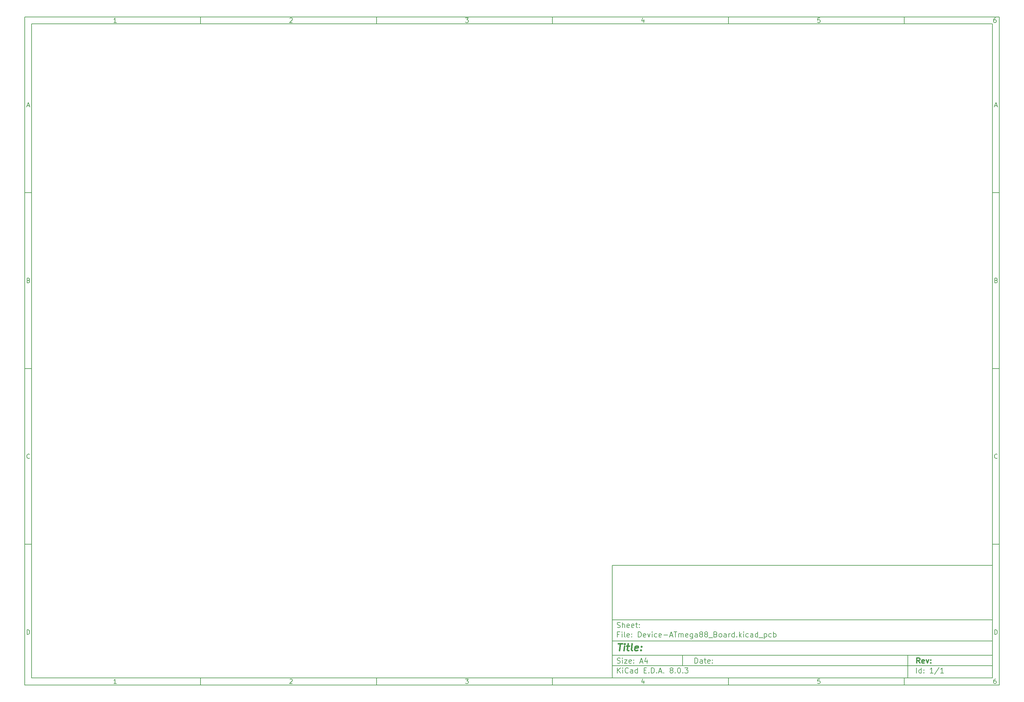
<source format=gbr>
%TF.GenerationSoftware,KiCad,Pcbnew,8.0.3*%
%TF.CreationDate,2025-04-06T07:58:35+09:00*%
%TF.ProjectId,Device-ATmega88_Board,44657669-6365-42d4-9154-6d6567613838,rev?*%
%TF.SameCoordinates,Original*%
%TF.FileFunction,Paste,Top*%
%TF.FilePolarity,Positive*%
%FSLAX46Y46*%
G04 Gerber Fmt 4.6, Leading zero omitted, Abs format (unit mm)*
G04 Created by KiCad (PCBNEW 8.0.3) date 2025-04-06 07:58:35*
%MOMM*%
%LPD*%
G01*
G04 APERTURE LIST*
%ADD10C,0.100000*%
%ADD11C,0.150000*%
%ADD12C,0.300000*%
%ADD13C,0.400000*%
G04 APERTURE END LIST*
D10*
D11*
X177002200Y-166007200D02*
X285002200Y-166007200D01*
X285002200Y-198007200D01*
X177002200Y-198007200D01*
X177002200Y-166007200D01*
D10*
D11*
X10000000Y-10000000D02*
X287002200Y-10000000D01*
X287002200Y-200007200D01*
X10000000Y-200007200D01*
X10000000Y-10000000D01*
D10*
D11*
X12000000Y-12000000D02*
X285002200Y-12000000D01*
X285002200Y-198007200D01*
X12000000Y-198007200D01*
X12000000Y-12000000D01*
D10*
D11*
X60000000Y-12000000D02*
X60000000Y-10000000D01*
D10*
D11*
X110000000Y-12000000D02*
X110000000Y-10000000D01*
D10*
D11*
X160000000Y-12000000D02*
X160000000Y-10000000D01*
D10*
D11*
X210000000Y-12000000D02*
X210000000Y-10000000D01*
D10*
D11*
X260000000Y-12000000D02*
X260000000Y-10000000D01*
D10*
D11*
X36089160Y-11593604D02*
X35346303Y-11593604D01*
X35717731Y-11593604D02*
X35717731Y-10293604D01*
X35717731Y-10293604D02*
X35593922Y-10479319D01*
X35593922Y-10479319D02*
X35470112Y-10603128D01*
X35470112Y-10603128D02*
X35346303Y-10665033D01*
D10*
D11*
X85346303Y-10417414D02*
X85408207Y-10355509D01*
X85408207Y-10355509D02*
X85532017Y-10293604D01*
X85532017Y-10293604D02*
X85841541Y-10293604D01*
X85841541Y-10293604D02*
X85965350Y-10355509D01*
X85965350Y-10355509D02*
X86027255Y-10417414D01*
X86027255Y-10417414D02*
X86089160Y-10541223D01*
X86089160Y-10541223D02*
X86089160Y-10665033D01*
X86089160Y-10665033D02*
X86027255Y-10850747D01*
X86027255Y-10850747D02*
X85284398Y-11593604D01*
X85284398Y-11593604D02*
X86089160Y-11593604D01*
D10*
D11*
X135284398Y-10293604D02*
X136089160Y-10293604D01*
X136089160Y-10293604D02*
X135655826Y-10788842D01*
X135655826Y-10788842D02*
X135841541Y-10788842D01*
X135841541Y-10788842D02*
X135965350Y-10850747D01*
X135965350Y-10850747D02*
X136027255Y-10912652D01*
X136027255Y-10912652D02*
X136089160Y-11036461D01*
X136089160Y-11036461D02*
X136089160Y-11345985D01*
X136089160Y-11345985D02*
X136027255Y-11469795D01*
X136027255Y-11469795D02*
X135965350Y-11531700D01*
X135965350Y-11531700D02*
X135841541Y-11593604D01*
X135841541Y-11593604D02*
X135470112Y-11593604D01*
X135470112Y-11593604D02*
X135346303Y-11531700D01*
X135346303Y-11531700D02*
X135284398Y-11469795D01*
D10*
D11*
X185965350Y-10726938D02*
X185965350Y-11593604D01*
X185655826Y-10231700D02*
X185346303Y-11160271D01*
X185346303Y-11160271D02*
X186151064Y-11160271D01*
D10*
D11*
X236027255Y-10293604D02*
X235408207Y-10293604D01*
X235408207Y-10293604D02*
X235346303Y-10912652D01*
X235346303Y-10912652D02*
X235408207Y-10850747D01*
X235408207Y-10850747D02*
X235532017Y-10788842D01*
X235532017Y-10788842D02*
X235841541Y-10788842D01*
X235841541Y-10788842D02*
X235965350Y-10850747D01*
X235965350Y-10850747D02*
X236027255Y-10912652D01*
X236027255Y-10912652D02*
X236089160Y-11036461D01*
X236089160Y-11036461D02*
X236089160Y-11345985D01*
X236089160Y-11345985D02*
X236027255Y-11469795D01*
X236027255Y-11469795D02*
X235965350Y-11531700D01*
X235965350Y-11531700D02*
X235841541Y-11593604D01*
X235841541Y-11593604D02*
X235532017Y-11593604D01*
X235532017Y-11593604D02*
X235408207Y-11531700D01*
X235408207Y-11531700D02*
X235346303Y-11469795D01*
D10*
D11*
X285965350Y-10293604D02*
X285717731Y-10293604D01*
X285717731Y-10293604D02*
X285593922Y-10355509D01*
X285593922Y-10355509D02*
X285532017Y-10417414D01*
X285532017Y-10417414D02*
X285408207Y-10603128D01*
X285408207Y-10603128D02*
X285346303Y-10850747D01*
X285346303Y-10850747D02*
X285346303Y-11345985D01*
X285346303Y-11345985D02*
X285408207Y-11469795D01*
X285408207Y-11469795D02*
X285470112Y-11531700D01*
X285470112Y-11531700D02*
X285593922Y-11593604D01*
X285593922Y-11593604D02*
X285841541Y-11593604D01*
X285841541Y-11593604D02*
X285965350Y-11531700D01*
X285965350Y-11531700D02*
X286027255Y-11469795D01*
X286027255Y-11469795D02*
X286089160Y-11345985D01*
X286089160Y-11345985D02*
X286089160Y-11036461D01*
X286089160Y-11036461D02*
X286027255Y-10912652D01*
X286027255Y-10912652D02*
X285965350Y-10850747D01*
X285965350Y-10850747D02*
X285841541Y-10788842D01*
X285841541Y-10788842D02*
X285593922Y-10788842D01*
X285593922Y-10788842D02*
X285470112Y-10850747D01*
X285470112Y-10850747D02*
X285408207Y-10912652D01*
X285408207Y-10912652D02*
X285346303Y-11036461D01*
D10*
D11*
X60000000Y-198007200D02*
X60000000Y-200007200D01*
D10*
D11*
X110000000Y-198007200D02*
X110000000Y-200007200D01*
D10*
D11*
X160000000Y-198007200D02*
X160000000Y-200007200D01*
D10*
D11*
X210000000Y-198007200D02*
X210000000Y-200007200D01*
D10*
D11*
X260000000Y-198007200D02*
X260000000Y-200007200D01*
D10*
D11*
X36089160Y-199600804D02*
X35346303Y-199600804D01*
X35717731Y-199600804D02*
X35717731Y-198300804D01*
X35717731Y-198300804D02*
X35593922Y-198486519D01*
X35593922Y-198486519D02*
X35470112Y-198610328D01*
X35470112Y-198610328D02*
X35346303Y-198672233D01*
D10*
D11*
X85346303Y-198424614D02*
X85408207Y-198362709D01*
X85408207Y-198362709D02*
X85532017Y-198300804D01*
X85532017Y-198300804D02*
X85841541Y-198300804D01*
X85841541Y-198300804D02*
X85965350Y-198362709D01*
X85965350Y-198362709D02*
X86027255Y-198424614D01*
X86027255Y-198424614D02*
X86089160Y-198548423D01*
X86089160Y-198548423D02*
X86089160Y-198672233D01*
X86089160Y-198672233D02*
X86027255Y-198857947D01*
X86027255Y-198857947D02*
X85284398Y-199600804D01*
X85284398Y-199600804D02*
X86089160Y-199600804D01*
D10*
D11*
X135284398Y-198300804D02*
X136089160Y-198300804D01*
X136089160Y-198300804D02*
X135655826Y-198796042D01*
X135655826Y-198796042D02*
X135841541Y-198796042D01*
X135841541Y-198796042D02*
X135965350Y-198857947D01*
X135965350Y-198857947D02*
X136027255Y-198919852D01*
X136027255Y-198919852D02*
X136089160Y-199043661D01*
X136089160Y-199043661D02*
X136089160Y-199353185D01*
X136089160Y-199353185D02*
X136027255Y-199476995D01*
X136027255Y-199476995D02*
X135965350Y-199538900D01*
X135965350Y-199538900D02*
X135841541Y-199600804D01*
X135841541Y-199600804D02*
X135470112Y-199600804D01*
X135470112Y-199600804D02*
X135346303Y-199538900D01*
X135346303Y-199538900D02*
X135284398Y-199476995D01*
D10*
D11*
X185965350Y-198734138D02*
X185965350Y-199600804D01*
X185655826Y-198238900D02*
X185346303Y-199167471D01*
X185346303Y-199167471D02*
X186151064Y-199167471D01*
D10*
D11*
X236027255Y-198300804D02*
X235408207Y-198300804D01*
X235408207Y-198300804D02*
X235346303Y-198919852D01*
X235346303Y-198919852D02*
X235408207Y-198857947D01*
X235408207Y-198857947D02*
X235532017Y-198796042D01*
X235532017Y-198796042D02*
X235841541Y-198796042D01*
X235841541Y-198796042D02*
X235965350Y-198857947D01*
X235965350Y-198857947D02*
X236027255Y-198919852D01*
X236027255Y-198919852D02*
X236089160Y-199043661D01*
X236089160Y-199043661D02*
X236089160Y-199353185D01*
X236089160Y-199353185D02*
X236027255Y-199476995D01*
X236027255Y-199476995D02*
X235965350Y-199538900D01*
X235965350Y-199538900D02*
X235841541Y-199600804D01*
X235841541Y-199600804D02*
X235532017Y-199600804D01*
X235532017Y-199600804D02*
X235408207Y-199538900D01*
X235408207Y-199538900D02*
X235346303Y-199476995D01*
D10*
D11*
X285965350Y-198300804D02*
X285717731Y-198300804D01*
X285717731Y-198300804D02*
X285593922Y-198362709D01*
X285593922Y-198362709D02*
X285532017Y-198424614D01*
X285532017Y-198424614D02*
X285408207Y-198610328D01*
X285408207Y-198610328D02*
X285346303Y-198857947D01*
X285346303Y-198857947D02*
X285346303Y-199353185D01*
X285346303Y-199353185D02*
X285408207Y-199476995D01*
X285408207Y-199476995D02*
X285470112Y-199538900D01*
X285470112Y-199538900D02*
X285593922Y-199600804D01*
X285593922Y-199600804D02*
X285841541Y-199600804D01*
X285841541Y-199600804D02*
X285965350Y-199538900D01*
X285965350Y-199538900D02*
X286027255Y-199476995D01*
X286027255Y-199476995D02*
X286089160Y-199353185D01*
X286089160Y-199353185D02*
X286089160Y-199043661D01*
X286089160Y-199043661D02*
X286027255Y-198919852D01*
X286027255Y-198919852D02*
X285965350Y-198857947D01*
X285965350Y-198857947D02*
X285841541Y-198796042D01*
X285841541Y-198796042D02*
X285593922Y-198796042D01*
X285593922Y-198796042D02*
X285470112Y-198857947D01*
X285470112Y-198857947D02*
X285408207Y-198919852D01*
X285408207Y-198919852D02*
X285346303Y-199043661D01*
D10*
D11*
X10000000Y-60000000D02*
X12000000Y-60000000D01*
D10*
D11*
X10000000Y-110000000D02*
X12000000Y-110000000D01*
D10*
D11*
X10000000Y-160000000D02*
X12000000Y-160000000D01*
D10*
D11*
X10690476Y-35222176D02*
X11309523Y-35222176D01*
X10566666Y-35593604D02*
X10999999Y-34293604D01*
X10999999Y-34293604D02*
X11433333Y-35593604D01*
D10*
D11*
X11092857Y-84912652D02*
X11278571Y-84974557D01*
X11278571Y-84974557D02*
X11340476Y-85036461D01*
X11340476Y-85036461D02*
X11402380Y-85160271D01*
X11402380Y-85160271D02*
X11402380Y-85345985D01*
X11402380Y-85345985D02*
X11340476Y-85469795D01*
X11340476Y-85469795D02*
X11278571Y-85531700D01*
X11278571Y-85531700D02*
X11154761Y-85593604D01*
X11154761Y-85593604D02*
X10659523Y-85593604D01*
X10659523Y-85593604D02*
X10659523Y-84293604D01*
X10659523Y-84293604D02*
X11092857Y-84293604D01*
X11092857Y-84293604D02*
X11216666Y-84355509D01*
X11216666Y-84355509D02*
X11278571Y-84417414D01*
X11278571Y-84417414D02*
X11340476Y-84541223D01*
X11340476Y-84541223D02*
X11340476Y-84665033D01*
X11340476Y-84665033D02*
X11278571Y-84788842D01*
X11278571Y-84788842D02*
X11216666Y-84850747D01*
X11216666Y-84850747D02*
X11092857Y-84912652D01*
X11092857Y-84912652D02*
X10659523Y-84912652D01*
D10*
D11*
X11402380Y-135469795D02*
X11340476Y-135531700D01*
X11340476Y-135531700D02*
X11154761Y-135593604D01*
X11154761Y-135593604D02*
X11030952Y-135593604D01*
X11030952Y-135593604D02*
X10845238Y-135531700D01*
X10845238Y-135531700D02*
X10721428Y-135407890D01*
X10721428Y-135407890D02*
X10659523Y-135284080D01*
X10659523Y-135284080D02*
X10597619Y-135036461D01*
X10597619Y-135036461D02*
X10597619Y-134850747D01*
X10597619Y-134850747D02*
X10659523Y-134603128D01*
X10659523Y-134603128D02*
X10721428Y-134479319D01*
X10721428Y-134479319D02*
X10845238Y-134355509D01*
X10845238Y-134355509D02*
X11030952Y-134293604D01*
X11030952Y-134293604D02*
X11154761Y-134293604D01*
X11154761Y-134293604D02*
X11340476Y-134355509D01*
X11340476Y-134355509D02*
X11402380Y-134417414D01*
D10*
D11*
X10659523Y-185593604D02*
X10659523Y-184293604D01*
X10659523Y-184293604D02*
X10969047Y-184293604D01*
X10969047Y-184293604D02*
X11154761Y-184355509D01*
X11154761Y-184355509D02*
X11278571Y-184479319D01*
X11278571Y-184479319D02*
X11340476Y-184603128D01*
X11340476Y-184603128D02*
X11402380Y-184850747D01*
X11402380Y-184850747D02*
X11402380Y-185036461D01*
X11402380Y-185036461D02*
X11340476Y-185284080D01*
X11340476Y-185284080D02*
X11278571Y-185407890D01*
X11278571Y-185407890D02*
X11154761Y-185531700D01*
X11154761Y-185531700D02*
X10969047Y-185593604D01*
X10969047Y-185593604D02*
X10659523Y-185593604D01*
D10*
D11*
X287002200Y-60000000D02*
X285002200Y-60000000D01*
D10*
D11*
X287002200Y-110000000D02*
X285002200Y-110000000D01*
D10*
D11*
X287002200Y-160000000D02*
X285002200Y-160000000D01*
D10*
D11*
X285692676Y-35222176D02*
X286311723Y-35222176D01*
X285568866Y-35593604D02*
X286002199Y-34293604D01*
X286002199Y-34293604D02*
X286435533Y-35593604D01*
D10*
D11*
X286095057Y-84912652D02*
X286280771Y-84974557D01*
X286280771Y-84974557D02*
X286342676Y-85036461D01*
X286342676Y-85036461D02*
X286404580Y-85160271D01*
X286404580Y-85160271D02*
X286404580Y-85345985D01*
X286404580Y-85345985D02*
X286342676Y-85469795D01*
X286342676Y-85469795D02*
X286280771Y-85531700D01*
X286280771Y-85531700D02*
X286156961Y-85593604D01*
X286156961Y-85593604D02*
X285661723Y-85593604D01*
X285661723Y-85593604D02*
X285661723Y-84293604D01*
X285661723Y-84293604D02*
X286095057Y-84293604D01*
X286095057Y-84293604D02*
X286218866Y-84355509D01*
X286218866Y-84355509D02*
X286280771Y-84417414D01*
X286280771Y-84417414D02*
X286342676Y-84541223D01*
X286342676Y-84541223D02*
X286342676Y-84665033D01*
X286342676Y-84665033D02*
X286280771Y-84788842D01*
X286280771Y-84788842D02*
X286218866Y-84850747D01*
X286218866Y-84850747D02*
X286095057Y-84912652D01*
X286095057Y-84912652D02*
X285661723Y-84912652D01*
D10*
D11*
X286404580Y-135469795D02*
X286342676Y-135531700D01*
X286342676Y-135531700D02*
X286156961Y-135593604D01*
X286156961Y-135593604D02*
X286033152Y-135593604D01*
X286033152Y-135593604D02*
X285847438Y-135531700D01*
X285847438Y-135531700D02*
X285723628Y-135407890D01*
X285723628Y-135407890D02*
X285661723Y-135284080D01*
X285661723Y-135284080D02*
X285599819Y-135036461D01*
X285599819Y-135036461D02*
X285599819Y-134850747D01*
X285599819Y-134850747D02*
X285661723Y-134603128D01*
X285661723Y-134603128D02*
X285723628Y-134479319D01*
X285723628Y-134479319D02*
X285847438Y-134355509D01*
X285847438Y-134355509D02*
X286033152Y-134293604D01*
X286033152Y-134293604D02*
X286156961Y-134293604D01*
X286156961Y-134293604D02*
X286342676Y-134355509D01*
X286342676Y-134355509D02*
X286404580Y-134417414D01*
D10*
D11*
X285661723Y-185593604D02*
X285661723Y-184293604D01*
X285661723Y-184293604D02*
X285971247Y-184293604D01*
X285971247Y-184293604D02*
X286156961Y-184355509D01*
X286156961Y-184355509D02*
X286280771Y-184479319D01*
X286280771Y-184479319D02*
X286342676Y-184603128D01*
X286342676Y-184603128D02*
X286404580Y-184850747D01*
X286404580Y-184850747D02*
X286404580Y-185036461D01*
X286404580Y-185036461D02*
X286342676Y-185284080D01*
X286342676Y-185284080D02*
X286280771Y-185407890D01*
X286280771Y-185407890D02*
X286156961Y-185531700D01*
X286156961Y-185531700D02*
X285971247Y-185593604D01*
X285971247Y-185593604D02*
X285661723Y-185593604D01*
D10*
D11*
X200458026Y-193793328D02*
X200458026Y-192293328D01*
X200458026Y-192293328D02*
X200815169Y-192293328D01*
X200815169Y-192293328D02*
X201029455Y-192364757D01*
X201029455Y-192364757D02*
X201172312Y-192507614D01*
X201172312Y-192507614D02*
X201243741Y-192650471D01*
X201243741Y-192650471D02*
X201315169Y-192936185D01*
X201315169Y-192936185D02*
X201315169Y-193150471D01*
X201315169Y-193150471D02*
X201243741Y-193436185D01*
X201243741Y-193436185D02*
X201172312Y-193579042D01*
X201172312Y-193579042D02*
X201029455Y-193721900D01*
X201029455Y-193721900D02*
X200815169Y-193793328D01*
X200815169Y-193793328D02*
X200458026Y-193793328D01*
X202600884Y-193793328D02*
X202600884Y-193007614D01*
X202600884Y-193007614D02*
X202529455Y-192864757D01*
X202529455Y-192864757D02*
X202386598Y-192793328D01*
X202386598Y-192793328D02*
X202100884Y-192793328D01*
X202100884Y-192793328D02*
X201958026Y-192864757D01*
X202600884Y-193721900D02*
X202458026Y-193793328D01*
X202458026Y-193793328D02*
X202100884Y-193793328D01*
X202100884Y-193793328D02*
X201958026Y-193721900D01*
X201958026Y-193721900D02*
X201886598Y-193579042D01*
X201886598Y-193579042D02*
X201886598Y-193436185D01*
X201886598Y-193436185D02*
X201958026Y-193293328D01*
X201958026Y-193293328D02*
X202100884Y-193221900D01*
X202100884Y-193221900D02*
X202458026Y-193221900D01*
X202458026Y-193221900D02*
X202600884Y-193150471D01*
X203100884Y-192793328D02*
X203672312Y-192793328D01*
X203315169Y-192293328D02*
X203315169Y-193579042D01*
X203315169Y-193579042D02*
X203386598Y-193721900D01*
X203386598Y-193721900D02*
X203529455Y-193793328D01*
X203529455Y-193793328D02*
X203672312Y-193793328D01*
X204743741Y-193721900D02*
X204600884Y-193793328D01*
X204600884Y-193793328D02*
X204315170Y-193793328D01*
X204315170Y-193793328D02*
X204172312Y-193721900D01*
X204172312Y-193721900D02*
X204100884Y-193579042D01*
X204100884Y-193579042D02*
X204100884Y-193007614D01*
X204100884Y-193007614D02*
X204172312Y-192864757D01*
X204172312Y-192864757D02*
X204315170Y-192793328D01*
X204315170Y-192793328D02*
X204600884Y-192793328D01*
X204600884Y-192793328D02*
X204743741Y-192864757D01*
X204743741Y-192864757D02*
X204815170Y-193007614D01*
X204815170Y-193007614D02*
X204815170Y-193150471D01*
X204815170Y-193150471D02*
X204100884Y-193293328D01*
X205458026Y-193650471D02*
X205529455Y-193721900D01*
X205529455Y-193721900D02*
X205458026Y-193793328D01*
X205458026Y-193793328D02*
X205386598Y-193721900D01*
X205386598Y-193721900D02*
X205458026Y-193650471D01*
X205458026Y-193650471D02*
X205458026Y-193793328D01*
X205458026Y-192864757D02*
X205529455Y-192936185D01*
X205529455Y-192936185D02*
X205458026Y-193007614D01*
X205458026Y-193007614D02*
X205386598Y-192936185D01*
X205386598Y-192936185D02*
X205458026Y-192864757D01*
X205458026Y-192864757D02*
X205458026Y-193007614D01*
D10*
D11*
X177002200Y-194507200D02*
X285002200Y-194507200D01*
D10*
D11*
X178458026Y-196593328D02*
X178458026Y-195093328D01*
X179315169Y-196593328D02*
X178672312Y-195736185D01*
X179315169Y-195093328D02*
X178458026Y-195950471D01*
X179958026Y-196593328D02*
X179958026Y-195593328D01*
X179958026Y-195093328D02*
X179886598Y-195164757D01*
X179886598Y-195164757D02*
X179958026Y-195236185D01*
X179958026Y-195236185D02*
X180029455Y-195164757D01*
X180029455Y-195164757D02*
X179958026Y-195093328D01*
X179958026Y-195093328D02*
X179958026Y-195236185D01*
X181529455Y-196450471D02*
X181458027Y-196521900D01*
X181458027Y-196521900D02*
X181243741Y-196593328D01*
X181243741Y-196593328D02*
X181100884Y-196593328D01*
X181100884Y-196593328D02*
X180886598Y-196521900D01*
X180886598Y-196521900D02*
X180743741Y-196379042D01*
X180743741Y-196379042D02*
X180672312Y-196236185D01*
X180672312Y-196236185D02*
X180600884Y-195950471D01*
X180600884Y-195950471D02*
X180600884Y-195736185D01*
X180600884Y-195736185D02*
X180672312Y-195450471D01*
X180672312Y-195450471D02*
X180743741Y-195307614D01*
X180743741Y-195307614D02*
X180886598Y-195164757D01*
X180886598Y-195164757D02*
X181100884Y-195093328D01*
X181100884Y-195093328D02*
X181243741Y-195093328D01*
X181243741Y-195093328D02*
X181458027Y-195164757D01*
X181458027Y-195164757D02*
X181529455Y-195236185D01*
X182815170Y-196593328D02*
X182815170Y-195807614D01*
X182815170Y-195807614D02*
X182743741Y-195664757D01*
X182743741Y-195664757D02*
X182600884Y-195593328D01*
X182600884Y-195593328D02*
X182315170Y-195593328D01*
X182315170Y-195593328D02*
X182172312Y-195664757D01*
X182815170Y-196521900D02*
X182672312Y-196593328D01*
X182672312Y-196593328D02*
X182315170Y-196593328D01*
X182315170Y-196593328D02*
X182172312Y-196521900D01*
X182172312Y-196521900D02*
X182100884Y-196379042D01*
X182100884Y-196379042D02*
X182100884Y-196236185D01*
X182100884Y-196236185D02*
X182172312Y-196093328D01*
X182172312Y-196093328D02*
X182315170Y-196021900D01*
X182315170Y-196021900D02*
X182672312Y-196021900D01*
X182672312Y-196021900D02*
X182815170Y-195950471D01*
X184172313Y-196593328D02*
X184172313Y-195093328D01*
X184172313Y-196521900D02*
X184029455Y-196593328D01*
X184029455Y-196593328D02*
X183743741Y-196593328D01*
X183743741Y-196593328D02*
X183600884Y-196521900D01*
X183600884Y-196521900D02*
X183529455Y-196450471D01*
X183529455Y-196450471D02*
X183458027Y-196307614D01*
X183458027Y-196307614D02*
X183458027Y-195879042D01*
X183458027Y-195879042D02*
X183529455Y-195736185D01*
X183529455Y-195736185D02*
X183600884Y-195664757D01*
X183600884Y-195664757D02*
X183743741Y-195593328D01*
X183743741Y-195593328D02*
X184029455Y-195593328D01*
X184029455Y-195593328D02*
X184172313Y-195664757D01*
X186029455Y-195807614D02*
X186529455Y-195807614D01*
X186743741Y-196593328D02*
X186029455Y-196593328D01*
X186029455Y-196593328D02*
X186029455Y-195093328D01*
X186029455Y-195093328D02*
X186743741Y-195093328D01*
X187386598Y-196450471D02*
X187458027Y-196521900D01*
X187458027Y-196521900D02*
X187386598Y-196593328D01*
X187386598Y-196593328D02*
X187315170Y-196521900D01*
X187315170Y-196521900D02*
X187386598Y-196450471D01*
X187386598Y-196450471D02*
X187386598Y-196593328D01*
X188100884Y-196593328D02*
X188100884Y-195093328D01*
X188100884Y-195093328D02*
X188458027Y-195093328D01*
X188458027Y-195093328D02*
X188672313Y-195164757D01*
X188672313Y-195164757D02*
X188815170Y-195307614D01*
X188815170Y-195307614D02*
X188886599Y-195450471D01*
X188886599Y-195450471D02*
X188958027Y-195736185D01*
X188958027Y-195736185D02*
X188958027Y-195950471D01*
X188958027Y-195950471D02*
X188886599Y-196236185D01*
X188886599Y-196236185D02*
X188815170Y-196379042D01*
X188815170Y-196379042D02*
X188672313Y-196521900D01*
X188672313Y-196521900D02*
X188458027Y-196593328D01*
X188458027Y-196593328D02*
X188100884Y-196593328D01*
X189600884Y-196450471D02*
X189672313Y-196521900D01*
X189672313Y-196521900D02*
X189600884Y-196593328D01*
X189600884Y-196593328D02*
X189529456Y-196521900D01*
X189529456Y-196521900D02*
X189600884Y-196450471D01*
X189600884Y-196450471D02*
X189600884Y-196593328D01*
X190243742Y-196164757D02*
X190958028Y-196164757D01*
X190100885Y-196593328D02*
X190600885Y-195093328D01*
X190600885Y-195093328D02*
X191100885Y-196593328D01*
X191600884Y-196450471D02*
X191672313Y-196521900D01*
X191672313Y-196521900D02*
X191600884Y-196593328D01*
X191600884Y-196593328D02*
X191529456Y-196521900D01*
X191529456Y-196521900D02*
X191600884Y-196450471D01*
X191600884Y-196450471D02*
X191600884Y-196593328D01*
X193672313Y-195736185D02*
X193529456Y-195664757D01*
X193529456Y-195664757D02*
X193458027Y-195593328D01*
X193458027Y-195593328D02*
X193386599Y-195450471D01*
X193386599Y-195450471D02*
X193386599Y-195379042D01*
X193386599Y-195379042D02*
X193458027Y-195236185D01*
X193458027Y-195236185D02*
X193529456Y-195164757D01*
X193529456Y-195164757D02*
X193672313Y-195093328D01*
X193672313Y-195093328D02*
X193958027Y-195093328D01*
X193958027Y-195093328D02*
X194100885Y-195164757D01*
X194100885Y-195164757D02*
X194172313Y-195236185D01*
X194172313Y-195236185D02*
X194243742Y-195379042D01*
X194243742Y-195379042D02*
X194243742Y-195450471D01*
X194243742Y-195450471D02*
X194172313Y-195593328D01*
X194172313Y-195593328D02*
X194100885Y-195664757D01*
X194100885Y-195664757D02*
X193958027Y-195736185D01*
X193958027Y-195736185D02*
X193672313Y-195736185D01*
X193672313Y-195736185D02*
X193529456Y-195807614D01*
X193529456Y-195807614D02*
X193458027Y-195879042D01*
X193458027Y-195879042D02*
X193386599Y-196021900D01*
X193386599Y-196021900D02*
X193386599Y-196307614D01*
X193386599Y-196307614D02*
X193458027Y-196450471D01*
X193458027Y-196450471D02*
X193529456Y-196521900D01*
X193529456Y-196521900D02*
X193672313Y-196593328D01*
X193672313Y-196593328D02*
X193958027Y-196593328D01*
X193958027Y-196593328D02*
X194100885Y-196521900D01*
X194100885Y-196521900D02*
X194172313Y-196450471D01*
X194172313Y-196450471D02*
X194243742Y-196307614D01*
X194243742Y-196307614D02*
X194243742Y-196021900D01*
X194243742Y-196021900D02*
X194172313Y-195879042D01*
X194172313Y-195879042D02*
X194100885Y-195807614D01*
X194100885Y-195807614D02*
X193958027Y-195736185D01*
X194886598Y-196450471D02*
X194958027Y-196521900D01*
X194958027Y-196521900D02*
X194886598Y-196593328D01*
X194886598Y-196593328D02*
X194815170Y-196521900D01*
X194815170Y-196521900D02*
X194886598Y-196450471D01*
X194886598Y-196450471D02*
X194886598Y-196593328D01*
X195886599Y-195093328D02*
X196029456Y-195093328D01*
X196029456Y-195093328D02*
X196172313Y-195164757D01*
X196172313Y-195164757D02*
X196243742Y-195236185D01*
X196243742Y-195236185D02*
X196315170Y-195379042D01*
X196315170Y-195379042D02*
X196386599Y-195664757D01*
X196386599Y-195664757D02*
X196386599Y-196021900D01*
X196386599Y-196021900D02*
X196315170Y-196307614D01*
X196315170Y-196307614D02*
X196243742Y-196450471D01*
X196243742Y-196450471D02*
X196172313Y-196521900D01*
X196172313Y-196521900D02*
X196029456Y-196593328D01*
X196029456Y-196593328D02*
X195886599Y-196593328D01*
X195886599Y-196593328D02*
X195743742Y-196521900D01*
X195743742Y-196521900D02*
X195672313Y-196450471D01*
X195672313Y-196450471D02*
X195600884Y-196307614D01*
X195600884Y-196307614D02*
X195529456Y-196021900D01*
X195529456Y-196021900D02*
X195529456Y-195664757D01*
X195529456Y-195664757D02*
X195600884Y-195379042D01*
X195600884Y-195379042D02*
X195672313Y-195236185D01*
X195672313Y-195236185D02*
X195743742Y-195164757D01*
X195743742Y-195164757D02*
X195886599Y-195093328D01*
X197029455Y-196450471D02*
X197100884Y-196521900D01*
X197100884Y-196521900D02*
X197029455Y-196593328D01*
X197029455Y-196593328D02*
X196958027Y-196521900D01*
X196958027Y-196521900D02*
X197029455Y-196450471D01*
X197029455Y-196450471D02*
X197029455Y-196593328D01*
X197600884Y-195093328D02*
X198529456Y-195093328D01*
X198529456Y-195093328D02*
X198029456Y-195664757D01*
X198029456Y-195664757D02*
X198243741Y-195664757D01*
X198243741Y-195664757D02*
X198386599Y-195736185D01*
X198386599Y-195736185D02*
X198458027Y-195807614D01*
X198458027Y-195807614D02*
X198529456Y-195950471D01*
X198529456Y-195950471D02*
X198529456Y-196307614D01*
X198529456Y-196307614D02*
X198458027Y-196450471D01*
X198458027Y-196450471D02*
X198386599Y-196521900D01*
X198386599Y-196521900D02*
X198243741Y-196593328D01*
X198243741Y-196593328D02*
X197815170Y-196593328D01*
X197815170Y-196593328D02*
X197672313Y-196521900D01*
X197672313Y-196521900D02*
X197600884Y-196450471D01*
D10*
D11*
X177002200Y-191507200D02*
X285002200Y-191507200D01*
D10*
D12*
X264413853Y-193785528D02*
X263913853Y-193071242D01*
X263556710Y-193785528D02*
X263556710Y-192285528D01*
X263556710Y-192285528D02*
X264128139Y-192285528D01*
X264128139Y-192285528D02*
X264270996Y-192356957D01*
X264270996Y-192356957D02*
X264342425Y-192428385D01*
X264342425Y-192428385D02*
X264413853Y-192571242D01*
X264413853Y-192571242D02*
X264413853Y-192785528D01*
X264413853Y-192785528D02*
X264342425Y-192928385D01*
X264342425Y-192928385D02*
X264270996Y-192999814D01*
X264270996Y-192999814D02*
X264128139Y-193071242D01*
X264128139Y-193071242D02*
X263556710Y-193071242D01*
X265628139Y-193714100D02*
X265485282Y-193785528D01*
X265485282Y-193785528D02*
X265199568Y-193785528D01*
X265199568Y-193785528D02*
X265056710Y-193714100D01*
X265056710Y-193714100D02*
X264985282Y-193571242D01*
X264985282Y-193571242D02*
X264985282Y-192999814D01*
X264985282Y-192999814D02*
X265056710Y-192856957D01*
X265056710Y-192856957D02*
X265199568Y-192785528D01*
X265199568Y-192785528D02*
X265485282Y-192785528D01*
X265485282Y-192785528D02*
X265628139Y-192856957D01*
X265628139Y-192856957D02*
X265699568Y-192999814D01*
X265699568Y-192999814D02*
X265699568Y-193142671D01*
X265699568Y-193142671D02*
X264985282Y-193285528D01*
X266199567Y-192785528D02*
X266556710Y-193785528D01*
X266556710Y-193785528D02*
X266913853Y-192785528D01*
X267485281Y-193642671D02*
X267556710Y-193714100D01*
X267556710Y-193714100D02*
X267485281Y-193785528D01*
X267485281Y-193785528D02*
X267413853Y-193714100D01*
X267413853Y-193714100D02*
X267485281Y-193642671D01*
X267485281Y-193642671D02*
X267485281Y-193785528D01*
X267485281Y-192856957D02*
X267556710Y-192928385D01*
X267556710Y-192928385D02*
X267485281Y-192999814D01*
X267485281Y-192999814D02*
X267413853Y-192928385D01*
X267413853Y-192928385D02*
X267485281Y-192856957D01*
X267485281Y-192856957D02*
X267485281Y-192999814D01*
D10*
D11*
X178386598Y-193721900D02*
X178600884Y-193793328D01*
X178600884Y-193793328D02*
X178958026Y-193793328D01*
X178958026Y-193793328D02*
X179100884Y-193721900D01*
X179100884Y-193721900D02*
X179172312Y-193650471D01*
X179172312Y-193650471D02*
X179243741Y-193507614D01*
X179243741Y-193507614D02*
X179243741Y-193364757D01*
X179243741Y-193364757D02*
X179172312Y-193221900D01*
X179172312Y-193221900D02*
X179100884Y-193150471D01*
X179100884Y-193150471D02*
X178958026Y-193079042D01*
X178958026Y-193079042D02*
X178672312Y-193007614D01*
X178672312Y-193007614D02*
X178529455Y-192936185D01*
X178529455Y-192936185D02*
X178458026Y-192864757D01*
X178458026Y-192864757D02*
X178386598Y-192721900D01*
X178386598Y-192721900D02*
X178386598Y-192579042D01*
X178386598Y-192579042D02*
X178458026Y-192436185D01*
X178458026Y-192436185D02*
X178529455Y-192364757D01*
X178529455Y-192364757D02*
X178672312Y-192293328D01*
X178672312Y-192293328D02*
X179029455Y-192293328D01*
X179029455Y-192293328D02*
X179243741Y-192364757D01*
X179886597Y-193793328D02*
X179886597Y-192793328D01*
X179886597Y-192293328D02*
X179815169Y-192364757D01*
X179815169Y-192364757D02*
X179886597Y-192436185D01*
X179886597Y-192436185D02*
X179958026Y-192364757D01*
X179958026Y-192364757D02*
X179886597Y-192293328D01*
X179886597Y-192293328D02*
X179886597Y-192436185D01*
X180458026Y-192793328D02*
X181243741Y-192793328D01*
X181243741Y-192793328D02*
X180458026Y-193793328D01*
X180458026Y-193793328D02*
X181243741Y-193793328D01*
X182386598Y-193721900D02*
X182243741Y-193793328D01*
X182243741Y-193793328D02*
X181958027Y-193793328D01*
X181958027Y-193793328D02*
X181815169Y-193721900D01*
X181815169Y-193721900D02*
X181743741Y-193579042D01*
X181743741Y-193579042D02*
X181743741Y-193007614D01*
X181743741Y-193007614D02*
X181815169Y-192864757D01*
X181815169Y-192864757D02*
X181958027Y-192793328D01*
X181958027Y-192793328D02*
X182243741Y-192793328D01*
X182243741Y-192793328D02*
X182386598Y-192864757D01*
X182386598Y-192864757D02*
X182458027Y-193007614D01*
X182458027Y-193007614D02*
X182458027Y-193150471D01*
X182458027Y-193150471D02*
X181743741Y-193293328D01*
X183100883Y-193650471D02*
X183172312Y-193721900D01*
X183172312Y-193721900D02*
X183100883Y-193793328D01*
X183100883Y-193793328D02*
X183029455Y-193721900D01*
X183029455Y-193721900D02*
X183100883Y-193650471D01*
X183100883Y-193650471D02*
X183100883Y-193793328D01*
X183100883Y-192864757D02*
X183172312Y-192936185D01*
X183172312Y-192936185D02*
X183100883Y-193007614D01*
X183100883Y-193007614D02*
X183029455Y-192936185D01*
X183029455Y-192936185D02*
X183100883Y-192864757D01*
X183100883Y-192864757D02*
X183100883Y-193007614D01*
X184886598Y-193364757D02*
X185600884Y-193364757D01*
X184743741Y-193793328D02*
X185243741Y-192293328D01*
X185243741Y-192293328D02*
X185743741Y-193793328D01*
X186886598Y-192793328D02*
X186886598Y-193793328D01*
X186529455Y-192221900D02*
X186172312Y-193293328D01*
X186172312Y-193293328D02*
X187100883Y-193293328D01*
D10*
D11*
X263458026Y-196593328D02*
X263458026Y-195093328D01*
X264815170Y-196593328D02*
X264815170Y-195093328D01*
X264815170Y-196521900D02*
X264672312Y-196593328D01*
X264672312Y-196593328D02*
X264386598Y-196593328D01*
X264386598Y-196593328D02*
X264243741Y-196521900D01*
X264243741Y-196521900D02*
X264172312Y-196450471D01*
X264172312Y-196450471D02*
X264100884Y-196307614D01*
X264100884Y-196307614D02*
X264100884Y-195879042D01*
X264100884Y-195879042D02*
X264172312Y-195736185D01*
X264172312Y-195736185D02*
X264243741Y-195664757D01*
X264243741Y-195664757D02*
X264386598Y-195593328D01*
X264386598Y-195593328D02*
X264672312Y-195593328D01*
X264672312Y-195593328D02*
X264815170Y-195664757D01*
X265529455Y-196450471D02*
X265600884Y-196521900D01*
X265600884Y-196521900D02*
X265529455Y-196593328D01*
X265529455Y-196593328D02*
X265458027Y-196521900D01*
X265458027Y-196521900D02*
X265529455Y-196450471D01*
X265529455Y-196450471D02*
X265529455Y-196593328D01*
X265529455Y-195664757D02*
X265600884Y-195736185D01*
X265600884Y-195736185D02*
X265529455Y-195807614D01*
X265529455Y-195807614D02*
X265458027Y-195736185D01*
X265458027Y-195736185D02*
X265529455Y-195664757D01*
X265529455Y-195664757D02*
X265529455Y-195807614D01*
X268172313Y-196593328D02*
X267315170Y-196593328D01*
X267743741Y-196593328D02*
X267743741Y-195093328D01*
X267743741Y-195093328D02*
X267600884Y-195307614D01*
X267600884Y-195307614D02*
X267458027Y-195450471D01*
X267458027Y-195450471D02*
X267315170Y-195521900D01*
X269886598Y-195021900D02*
X268600884Y-196950471D01*
X271172313Y-196593328D02*
X270315170Y-196593328D01*
X270743741Y-196593328D02*
X270743741Y-195093328D01*
X270743741Y-195093328D02*
X270600884Y-195307614D01*
X270600884Y-195307614D02*
X270458027Y-195450471D01*
X270458027Y-195450471D02*
X270315170Y-195521900D01*
D10*
D11*
X177002200Y-187507200D02*
X285002200Y-187507200D01*
D10*
D13*
X178693928Y-188211638D02*
X179836785Y-188211638D01*
X179015357Y-190211638D02*
X179265357Y-188211638D01*
X180253452Y-190211638D02*
X180420119Y-188878304D01*
X180503452Y-188211638D02*
X180396309Y-188306876D01*
X180396309Y-188306876D02*
X180479643Y-188402114D01*
X180479643Y-188402114D02*
X180586786Y-188306876D01*
X180586786Y-188306876D02*
X180503452Y-188211638D01*
X180503452Y-188211638D02*
X180479643Y-188402114D01*
X181086786Y-188878304D02*
X181848690Y-188878304D01*
X181455833Y-188211638D02*
X181241548Y-189925923D01*
X181241548Y-189925923D02*
X181312976Y-190116400D01*
X181312976Y-190116400D02*
X181491548Y-190211638D01*
X181491548Y-190211638D02*
X181682024Y-190211638D01*
X182634405Y-190211638D02*
X182455833Y-190116400D01*
X182455833Y-190116400D02*
X182384405Y-189925923D01*
X182384405Y-189925923D02*
X182598690Y-188211638D01*
X184170119Y-190116400D02*
X183967738Y-190211638D01*
X183967738Y-190211638D02*
X183586785Y-190211638D01*
X183586785Y-190211638D02*
X183408214Y-190116400D01*
X183408214Y-190116400D02*
X183336785Y-189925923D01*
X183336785Y-189925923D02*
X183432024Y-189164019D01*
X183432024Y-189164019D02*
X183551071Y-188973542D01*
X183551071Y-188973542D02*
X183753452Y-188878304D01*
X183753452Y-188878304D02*
X184134404Y-188878304D01*
X184134404Y-188878304D02*
X184312976Y-188973542D01*
X184312976Y-188973542D02*
X184384404Y-189164019D01*
X184384404Y-189164019D02*
X184360595Y-189354495D01*
X184360595Y-189354495D02*
X183384404Y-189544971D01*
X185134405Y-190021161D02*
X185217738Y-190116400D01*
X185217738Y-190116400D02*
X185110595Y-190211638D01*
X185110595Y-190211638D02*
X185027262Y-190116400D01*
X185027262Y-190116400D02*
X185134405Y-190021161D01*
X185134405Y-190021161D02*
X185110595Y-190211638D01*
X185265357Y-188973542D02*
X185348690Y-189068780D01*
X185348690Y-189068780D02*
X185241548Y-189164019D01*
X185241548Y-189164019D02*
X185158214Y-189068780D01*
X185158214Y-189068780D02*
X185265357Y-188973542D01*
X185265357Y-188973542D02*
X185241548Y-189164019D01*
D10*
D11*
X178958026Y-185607614D02*
X178458026Y-185607614D01*
X178458026Y-186393328D02*
X178458026Y-184893328D01*
X178458026Y-184893328D02*
X179172312Y-184893328D01*
X179743740Y-186393328D02*
X179743740Y-185393328D01*
X179743740Y-184893328D02*
X179672312Y-184964757D01*
X179672312Y-184964757D02*
X179743740Y-185036185D01*
X179743740Y-185036185D02*
X179815169Y-184964757D01*
X179815169Y-184964757D02*
X179743740Y-184893328D01*
X179743740Y-184893328D02*
X179743740Y-185036185D01*
X180672312Y-186393328D02*
X180529455Y-186321900D01*
X180529455Y-186321900D02*
X180458026Y-186179042D01*
X180458026Y-186179042D02*
X180458026Y-184893328D01*
X181815169Y-186321900D02*
X181672312Y-186393328D01*
X181672312Y-186393328D02*
X181386598Y-186393328D01*
X181386598Y-186393328D02*
X181243740Y-186321900D01*
X181243740Y-186321900D02*
X181172312Y-186179042D01*
X181172312Y-186179042D02*
X181172312Y-185607614D01*
X181172312Y-185607614D02*
X181243740Y-185464757D01*
X181243740Y-185464757D02*
X181386598Y-185393328D01*
X181386598Y-185393328D02*
X181672312Y-185393328D01*
X181672312Y-185393328D02*
X181815169Y-185464757D01*
X181815169Y-185464757D02*
X181886598Y-185607614D01*
X181886598Y-185607614D02*
X181886598Y-185750471D01*
X181886598Y-185750471D02*
X181172312Y-185893328D01*
X182529454Y-186250471D02*
X182600883Y-186321900D01*
X182600883Y-186321900D02*
X182529454Y-186393328D01*
X182529454Y-186393328D02*
X182458026Y-186321900D01*
X182458026Y-186321900D02*
X182529454Y-186250471D01*
X182529454Y-186250471D02*
X182529454Y-186393328D01*
X182529454Y-185464757D02*
X182600883Y-185536185D01*
X182600883Y-185536185D02*
X182529454Y-185607614D01*
X182529454Y-185607614D02*
X182458026Y-185536185D01*
X182458026Y-185536185D02*
X182529454Y-185464757D01*
X182529454Y-185464757D02*
X182529454Y-185607614D01*
X184386597Y-186393328D02*
X184386597Y-184893328D01*
X184386597Y-184893328D02*
X184743740Y-184893328D01*
X184743740Y-184893328D02*
X184958026Y-184964757D01*
X184958026Y-184964757D02*
X185100883Y-185107614D01*
X185100883Y-185107614D02*
X185172312Y-185250471D01*
X185172312Y-185250471D02*
X185243740Y-185536185D01*
X185243740Y-185536185D02*
X185243740Y-185750471D01*
X185243740Y-185750471D02*
X185172312Y-186036185D01*
X185172312Y-186036185D02*
X185100883Y-186179042D01*
X185100883Y-186179042D02*
X184958026Y-186321900D01*
X184958026Y-186321900D02*
X184743740Y-186393328D01*
X184743740Y-186393328D02*
X184386597Y-186393328D01*
X186458026Y-186321900D02*
X186315169Y-186393328D01*
X186315169Y-186393328D02*
X186029455Y-186393328D01*
X186029455Y-186393328D02*
X185886597Y-186321900D01*
X185886597Y-186321900D02*
X185815169Y-186179042D01*
X185815169Y-186179042D02*
X185815169Y-185607614D01*
X185815169Y-185607614D02*
X185886597Y-185464757D01*
X185886597Y-185464757D02*
X186029455Y-185393328D01*
X186029455Y-185393328D02*
X186315169Y-185393328D01*
X186315169Y-185393328D02*
X186458026Y-185464757D01*
X186458026Y-185464757D02*
X186529455Y-185607614D01*
X186529455Y-185607614D02*
X186529455Y-185750471D01*
X186529455Y-185750471D02*
X185815169Y-185893328D01*
X187029454Y-185393328D02*
X187386597Y-186393328D01*
X187386597Y-186393328D02*
X187743740Y-185393328D01*
X188315168Y-186393328D02*
X188315168Y-185393328D01*
X188315168Y-184893328D02*
X188243740Y-184964757D01*
X188243740Y-184964757D02*
X188315168Y-185036185D01*
X188315168Y-185036185D02*
X188386597Y-184964757D01*
X188386597Y-184964757D02*
X188315168Y-184893328D01*
X188315168Y-184893328D02*
X188315168Y-185036185D01*
X189672312Y-186321900D02*
X189529454Y-186393328D01*
X189529454Y-186393328D02*
X189243740Y-186393328D01*
X189243740Y-186393328D02*
X189100883Y-186321900D01*
X189100883Y-186321900D02*
X189029454Y-186250471D01*
X189029454Y-186250471D02*
X188958026Y-186107614D01*
X188958026Y-186107614D02*
X188958026Y-185679042D01*
X188958026Y-185679042D02*
X189029454Y-185536185D01*
X189029454Y-185536185D02*
X189100883Y-185464757D01*
X189100883Y-185464757D02*
X189243740Y-185393328D01*
X189243740Y-185393328D02*
X189529454Y-185393328D01*
X189529454Y-185393328D02*
X189672312Y-185464757D01*
X190886597Y-186321900D02*
X190743740Y-186393328D01*
X190743740Y-186393328D02*
X190458026Y-186393328D01*
X190458026Y-186393328D02*
X190315168Y-186321900D01*
X190315168Y-186321900D02*
X190243740Y-186179042D01*
X190243740Y-186179042D02*
X190243740Y-185607614D01*
X190243740Y-185607614D02*
X190315168Y-185464757D01*
X190315168Y-185464757D02*
X190458026Y-185393328D01*
X190458026Y-185393328D02*
X190743740Y-185393328D01*
X190743740Y-185393328D02*
X190886597Y-185464757D01*
X190886597Y-185464757D02*
X190958026Y-185607614D01*
X190958026Y-185607614D02*
X190958026Y-185750471D01*
X190958026Y-185750471D02*
X190243740Y-185893328D01*
X191600882Y-185821900D02*
X192743740Y-185821900D01*
X193386597Y-185964757D02*
X194100883Y-185964757D01*
X193243740Y-186393328D02*
X193743740Y-184893328D01*
X193743740Y-184893328D02*
X194243740Y-186393328D01*
X194529454Y-184893328D02*
X195386597Y-184893328D01*
X194958025Y-186393328D02*
X194958025Y-184893328D01*
X195886596Y-186393328D02*
X195886596Y-185393328D01*
X195886596Y-185536185D02*
X195958025Y-185464757D01*
X195958025Y-185464757D02*
X196100882Y-185393328D01*
X196100882Y-185393328D02*
X196315168Y-185393328D01*
X196315168Y-185393328D02*
X196458025Y-185464757D01*
X196458025Y-185464757D02*
X196529454Y-185607614D01*
X196529454Y-185607614D02*
X196529454Y-186393328D01*
X196529454Y-185607614D02*
X196600882Y-185464757D01*
X196600882Y-185464757D02*
X196743739Y-185393328D01*
X196743739Y-185393328D02*
X196958025Y-185393328D01*
X196958025Y-185393328D02*
X197100882Y-185464757D01*
X197100882Y-185464757D02*
X197172311Y-185607614D01*
X197172311Y-185607614D02*
X197172311Y-186393328D01*
X198458025Y-186321900D02*
X198315168Y-186393328D01*
X198315168Y-186393328D02*
X198029454Y-186393328D01*
X198029454Y-186393328D02*
X197886596Y-186321900D01*
X197886596Y-186321900D02*
X197815168Y-186179042D01*
X197815168Y-186179042D02*
X197815168Y-185607614D01*
X197815168Y-185607614D02*
X197886596Y-185464757D01*
X197886596Y-185464757D02*
X198029454Y-185393328D01*
X198029454Y-185393328D02*
X198315168Y-185393328D01*
X198315168Y-185393328D02*
X198458025Y-185464757D01*
X198458025Y-185464757D02*
X198529454Y-185607614D01*
X198529454Y-185607614D02*
X198529454Y-185750471D01*
X198529454Y-185750471D02*
X197815168Y-185893328D01*
X199815168Y-185393328D02*
X199815168Y-186607614D01*
X199815168Y-186607614D02*
X199743739Y-186750471D01*
X199743739Y-186750471D02*
X199672310Y-186821900D01*
X199672310Y-186821900D02*
X199529453Y-186893328D01*
X199529453Y-186893328D02*
X199315168Y-186893328D01*
X199315168Y-186893328D02*
X199172310Y-186821900D01*
X199815168Y-186321900D02*
X199672310Y-186393328D01*
X199672310Y-186393328D02*
X199386596Y-186393328D01*
X199386596Y-186393328D02*
X199243739Y-186321900D01*
X199243739Y-186321900D02*
X199172310Y-186250471D01*
X199172310Y-186250471D02*
X199100882Y-186107614D01*
X199100882Y-186107614D02*
X199100882Y-185679042D01*
X199100882Y-185679042D02*
X199172310Y-185536185D01*
X199172310Y-185536185D02*
X199243739Y-185464757D01*
X199243739Y-185464757D02*
X199386596Y-185393328D01*
X199386596Y-185393328D02*
X199672310Y-185393328D01*
X199672310Y-185393328D02*
X199815168Y-185464757D01*
X201172311Y-186393328D02*
X201172311Y-185607614D01*
X201172311Y-185607614D02*
X201100882Y-185464757D01*
X201100882Y-185464757D02*
X200958025Y-185393328D01*
X200958025Y-185393328D02*
X200672311Y-185393328D01*
X200672311Y-185393328D02*
X200529453Y-185464757D01*
X201172311Y-186321900D02*
X201029453Y-186393328D01*
X201029453Y-186393328D02*
X200672311Y-186393328D01*
X200672311Y-186393328D02*
X200529453Y-186321900D01*
X200529453Y-186321900D02*
X200458025Y-186179042D01*
X200458025Y-186179042D02*
X200458025Y-186036185D01*
X200458025Y-186036185D02*
X200529453Y-185893328D01*
X200529453Y-185893328D02*
X200672311Y-185821900D01*
X200672311Y-185821900D02*
X201029453Y-185821900D01*
X201029453Y-185821900D02*
X201172311Y-185750471D01*
X202100882Y-185536185D02*
X201958025Y-185464757D01*
X201958025Y-185464757D02*
X201886596Y-185393328D01*
X201886596Y-185393328D02*
X201815168Y-185250471D01*
X201815168Y-185250471D02*
X201815168Y-185179042D01*
X201815168Y-185179042D02*
X201886596Y-185036185D01*
X201886596Y-185036185D02*
X201958025Y-184964757D01*
X201958025Y-184964757D02*
X202100882Y-184893328D01*
X202100882Y-184893328D02*
X202386596Y-184893328D01*
X202386596Y-184893328D02*
X202529454Y-184964757D01*
X202529454Y-184964757D02*
X202600882Y-185036185D01*
X202600882Y-185036185D02*
X202672311Y-185179042D01*
X202672311Y-185179042D02*
X202672311Y-185250471D01*
X202672311Y-185250471D02*
X202600882Y-185393328D01*
X202600882Y-185393328D02*
X202529454Y-185464757D01*
X202529454Y-185464757D02*
X202386596Y-185536185D01*
X202386596Y-185536185D02*
X202100882Y-185536185D01*
X202100882Y-185536185D02*
X201958025Y-185607614D01*
X201958025Y-185607614D02*
X201886596Y-185679042D01*
X201886596Y-185679042D02*
X201815168Y-185821900D01*
X201815168Y-185821900D02*
X201815168Y-186107614D01*
X201815168Y-186107614D02*
X201886596Y-186250471D01*
X201886596Y-186250471D02*
X201958025Y-186321900D01*
X201958025Y-186321900D02*
X202100882Y-186393328D01*
X202100882Y-186393328D02*
X202386596Y-186393328D01*
X202386596Y-186393328D02*
X202529454Y-186321900D01*
X202529454Y-186321900D02*
X202600882Y-186250471D01*
X202600882Y-186250471D02*
X202672311Y-186107614D01*
X202672311Y-186107614D02*
X202672311Y-185821900D01*
X202672311Y-185821900D02*
X202600882Y-185679042D01*
X202600882Y-185679042D02*
X202529454Y-185607614D01*
X202529454Y-185607614D02*
X202386596Y-185536185D01*
X203529453Y-185536185D02*
X203386596Y-185464757D01*
X203386596Y-185464757D02*
X203315167Y-185393328D01*
X203315167Y-185393328D02*
X203243739Y-185250471D01*
X203243739Y-185250471D02*
X203243739Y-185179042D01*
X203243739Y-185179042D02*
X203315167Y-185036185D01*
X203315167Y-185036185D02*
X203386596Y-184964757D01*
X203386596Y-184964757D02*
X203529453Y-184893328D01*
X203529453Y-184893328D02*
X203815167Y-184893328D01*
X203815167Y-184893328D02*
X203958025Y-184964757D01*
X203958025Y-184964757D02*
X204029453Y-185036185D01*
X204029453Y-185036185D02*
X204100882Y-185179042D01*
X204100882Y-185179042D02*
X204100882Y-185250471D01*
X204100882Y-185250471D02*
X204029453Y-185393328D01*
X204029453Y-185393328D02*
X203958025Y-185464757D01*
X203958025Y-185464757D02*
X203815167Y-185536185D01*
X203815167Y-185536185D02*
X203529453Y-185536185D01*
X203529453Y-185536185D02*
X203386596Y-185607614D01*
X203386596Y-185607614D02*
X203315167Y-185679042D01*
X203315167Y-185679042D02*
X203243739Y-185821900D01*
X203243739Y-185821900D02*
X203243739Y-186107614D01*
X203243739Y-186107614D02*
X203315167Y-186250471D01*
X203315167Y-186250471D02*
X203386596Y-186321900D01*
X203386596Y-186321900D02*
X203529453Y-186393328D01*
X203529453Y-186393328D02*
X203815167Y-186393328D01*
X203815167Y-186393328D02*
X203958025Y-186321900D01*
X203958025Y-186321900D02*
X204029453Y-186250471D01*
X204029453Y-186250471D02*
X204100882Y-186107614D01*
X204100882Y-186107614D02*
X204100882Y-185821900D01*
X204100882Y-185821900D02*
X204029453Y-185679042D01*
X204029453Y-185679042D02*
X203958025Y-185607614D01*
X203958025Y-185607614D02*
X203815167Y-185536185D01*
X204386596Y-186536185D02*
X205529453Y-186536185D01*
X206386595Y-185607614D02*
X206600881Y-185679042D01*
X206600881Y-185679042D02*
X206672310Y-185750471D01*
X206672310Y-185750471D02*
X206743738Y-185893328D01*
X206743738Y-185893328D02*
X206743738Y-186107614D01*
X206743738Y-186107614D02*
X206672310Y-186250471D01*
X206672310Y-186250471D02*
X206600881Y-186321900D01*
X206600881Y-186321900D02*
X206458024Y-186393328D01*
X206458024Y-186393328D02*
X205886595Y-186393328D01*
X205886595Y-186393328D02*
X205886595Y-184893328D01*
X205886595Y-184893328D02*
X206386595Y-184893328D01*
X206386595Y-184893328D02*
X206529453Y-184964757D01*
X206529453Y-184964757D02*
X206600881Y-185036185D01*
X206600881Y-185036185D02*
X206672310Y-185179042D01*
X206672310Y-185179042D02*
X206672310Y-185321900D01*
X206672310Y-185321900D02*
X206600881Y-185464757D01*
X206600881Y-185464757D02*
X206529453Y-185536185D01*
X206529453Y-185536185D02*
X206386595Y-185607614D01*
X206386595Y-185607614D02*
X205886595Y-185607614D01*
X207600881Y-186393328D02*
X207458024Y-186321900D01*
X207458024Y-186321900D02*
X207386595Y-186250471D01*
X207386595Y-186250471D02*
X207315167Y-186107614D01*
X207315167Y-186107614D02*
X207315167Y-185679042D01*
X207315167Y-185679042D02*
X207386595Y-185536185D01*
X207386595Y-185536185D02*
X207458024Y-185464757D01*
X207458024Y-185464757D02*
X207600881Y-185393328D01*
X207600881Y-185393328D02*
X207815167Y-185393328D01*
X207815167Y-185393328D02*
X207958024Y-185464757D01*
X207958024Y-185464757D02*
X208029453Y-185536185D01*
X208029453Y-185536185D02*
X208100881Y-185679042D01*
X208100881Y-185679042D02*
X208100881Y-186107614D01*
X208100881Y-186107614D02*
X208029453Y-186250471D01*
X208029453Y-186250471D02*
X207958024Y-186321900D01*
X207958024Y-186321900D02*
X207815167Y-186393328D01*
X207815167Y-186393328D02*
X207600881Y-186393328D01*
X209386596Y-186393328D02*
X209386596Y-185607614D01*
X209386596Y-185607614D02*
X209315167Y-185464757D01*
X209315167Y-185464757D02*
X209172310Y-185393328D01*
X209172310Y-185393328D02*
X208886596Y-185393328D01*
X208886596Y-185393328D02*
X208743738Y-185464757D01*
X209386596Y-186321900D02*
X209243738Y-186393328D01*
X209243738Y-186393328D02*
X208886596Y-186393328D01*
X208886596Y-186393328D02*
X208743738Y-186321900D01*
X208743738Y-186321900D02*
X208672310Y-186179042D01*
X208672310Y-186179042D02*
X208672310Y-186036185D01*
X208672310Y-186036185D02*
X208743738Y-185893328D01*
X208743738Y-185893328D02*
X208886596Y-185821900D01*
X208886596Y-185821900D02*
X209243738Y-185821900D01*
X209243738Y-185821900D02*
X209386596Y-185750471D01*
X210100881Y-186393328D02*
X210100881Y-185393328D01*
X210100881Y-185679042D02*
X210172310Y-185536185D01*
X210172310Y-185536185D02*
X210243739Y-185464757D01*
X210243739Y-185464757D02*
X210386596Y-185393328D01*
X210386596Y-185393328D02*
X210529453Y-185393328D01*
X211672310Y-186393328D02*
X211672310Y-184893328D01*
X211672310Y-186321900D02*
X211529452Y-186393328D01*
X211529452Y-186393328D02*
X211243738Y-186393328D01*
X211243738Y-186393328D02*
X211100881Y-186321900D01*
X211100881Y-186321900D02*
X211029452Y-186250471D01*
X211029452Y-186250471D02*
X210958024Y-186107614D01*
X210958024Y-186107614D02*
X210958024Y-185679042D01*
X210958024Y-185679042D02*
X211029452Y-185536185D01*
X211029452Y-185536185D02*
X211100881Y-185464757D01*
X211100881Y-185464757D02*
X211243738Y-185393328D01*
X211243738Y-185393328D02*
X211529452Y-185393328D01*
X211529452Y-185393328D02*
X211672310Y-185464757D01*
X212386595Y-186250471D02*
X212458024Y-186321900D01*
X212458024Y-186321900D02*
X212386595Y-186393328D01*
X212386595Y-186393328D02*
X212315167Y-186321900D01*
X212315167Y-186321900D02*
X212386595Y-186250471D01*
X212386595Y-186250471D02*
X212386595Y-186393328D01*
X213100881Y-186393328D02*
X213100881Y-184893328D01*
X213243739Y-185821900D02*
X213672310Y-186393328D01*
X213672310Y-185393328D02*
X213100881Y-185964757D01*
X214315167Y-186393328D02*
X214315167Y-185393328D01*
X214315167Y-184893328D02*
X214243739Y-184964757D01*
X214243739Y-184964757D02*
X214315167Y-185036185D01*
X214315167Y-185036185D02*
X214386596Y-184964757D01*
X214386596Y-184964757D02*
X214315167Y-184893328D01*
X214315167Y-184893328D02*
X214315167Y-185036185D01*
X215672311Y-186321900D02*
X215529453Y-186393328D01*
X215529453Y-186393328D02*
X215243739Y-186393328D01*
X215243739Y-186393328D02*
X215100882Y-186321900D01*
X215100882Y-186321900D02*
X215029453Y-186250471D01*
X215029453Y-186250471D02*
X214958025Y-186107614D01*
X214958025Y-186107614D02*
X214958025Y-185679042D01*
X214958025Y-185679042D02*
X215029453Y-185536185D01*
X215029453Y-185536185D02*
X215100882Y-185464757D01*
X215100882Y-185464757D02*
X215243739Y-185393328D01*
X215243739Y-185393328D02*
X215529453Y-185393328D01*
X215529453Y-185393328D02*
X215672311Y-185464757D01*
X216958025Y-186393328D02*
X216958025Y-185607614D01*
X216958025Y-185607614D02*
X216886596Y-185464757D01*
X216886596Y-185464757D02*
X216743739Y-185393328D01*
X216743739Y-185393328D02*
X216458025Y-185393328D01*
X216458025Y-185393328D02*
X216315167Y-185464757D01*
X216958025Y-186321900D02*
X216815167Y-186393328D01*
X216815167Y-186393328D02*
X216458025Y-186393328D01*
X216458025Y-186393328D02*
X216315167Y-186321900D01*
X216315167Y-186321900D02*
X216243739Y-186179042D01*
X216243739Y-186179042D02*
X216243739Y-186036185D01*
X216243739Y-186036185D02*
X216315167Y-185893328D01*
X216315167Y-185893328D02*
X216458025Y-185821900D01*
X216458025Y-185821900D02*
X216815167Y-185821900D01*
X216815167Y-185821900D02*
X216958025Y-185750471D01*
X218315168Y-186393328D02*
X218315168Y-184893328D01*
X218315168Y-186321900D02*
X218172310Y-186393328D01*
X218172310Y-186393328D02*
X217886596Y-186393328D01*
X217886596Y-186393328D02*
X217743739Y-186321900D01*
X217743739Y-186321900D02*
X217672310Y-186250471D01*
X217672310Y-186250471D02*
X217600882Y-186107614D01*
X217600882Y-186107614D02*
X217600882Y-185679042D01*
X217600882Y-185679042D02*
X217672310Y-185536185D01*
X217672310Y-185536185D02*
X217743739Y-185464757D01*
X217743739Y-185464757D02*
X217886596Y-185393328D01*
X217886596Y-185393328D02*
X218172310Y-185393328D01*
X218172310Y-185393328D02*
X218315168Y-185464757D01*
X218672311Y-186536185D02*
X219815168Y-186536185D01*
X220172310Y-185393328D02*
X220172310Y-186893328D01*
X220172310Y-185464757D02*
X220315168Y-185393328D01*
X220315168Y-185393328D02*
X220600882Y-185393328D01*
X220600882Y-185393328D02*
X220743739Y-185464757D01*
X220743739Y-185464757D02*
X220815168Y-185536185D01*
X220815168Y-185536185D02*
X220886596Y-185679042D01*
X220886596Y-185679042D02*
X220886596Y-186107614D01*
X220886596Y-186107614D02*
X220815168Y-186250471D01*
X220815168Y-186250471D02*
X220743739Y-186321900D01*
X220743739Y-186321900D02*
X220600882Y-186393328D01*
X220600882Y-186393328D02*
X220315168Y-186393328D01*
X220315168Y-186393328D02*
X220172310Y-186321900D01*
X222172311Y-186321900D02*
X222029453Y-186393328D01*
X222029453Y-186393328D02*
X221743739Y-186393328D01*
X221743739Y-186393328D02*
X221600882Y-186321900D01*
X221600882Y-186321900D02*
X221529453Y-186250471D01*
X221529453Y-186250471D02*
X221458025Y-186107614D01*
X221458025Y-186107614D02*
X221458025Y-185679042D01*
X221458025Y-185679042D02*
X221529453Y-185536185D01*
X221529453Y-185536185D02*
X221600882Y-185464757D01*
X221600882Y-185464757D02*
X221743739Y-185393328D01*
X221743739Y-185393328D02*
X222029453Y-185393328D01*
X222029453Y-185393328D02*
X222172311Y-185464757D01*
X222815167Y-186393328D02*
X222815167Y-184893328D01*
X222815167Y-185464757D02*
X222958025Y-185393328D01*
X222958025Y-185393328D02*
X223243739Y-185393328D01*
X223243739Y-185393328D02*
X223386596Y-185464757D01*
X223386596Y-185464757D02*
X223458025Y-185536185D01*
X223458025Y-185536185D02*
X223529453Y-185679042D01*
X223529453Y-185679042D02*
X223529453Y-186107614D01*
X223529453Y-186107614D02*
X223458025Y-186250471D01*
X223458025Y-186250471D02*
X223386596Y-186321900D01*
X223386596Y-186321900D02*
X223243739Y-186393328D01*
X223243739Y-186393328D02*
X222958025Y-186393328D01*
X222958025Y-186393328D02*
X222815167Y-186321900D01*
D10*
D11*
X177002200Y-181507200D02*
X285002200Y-181507200D01*
D10*
D11*
X178386598Y-183621900D02*
X178600884Y-183693328D01*
X178600884Y-183693328D02*
X178958026Y-183693328D01*
X178958026Y-183693328D02*
X179100884Y-183621900D01*
X179100884Y-183621900D02*
X179172312Y-183550471D01*
X179172312Y-183550471D02*
X179243741Y-183407614D01*
X179243741Y-183407614D02*
X179243741Y-183264757D01*
X179243741Y-183264757D02*
X179172312Y-183121900D01*
X179172312Y-183121900D02*
X179100884Y-183050471D01*
X179100884Y-183050471D02*
X178958026Y-182979042D01*
X178958026Y-182979042D02*
X178672312Y-182907614D01*
X178672312Y-182907614D02*
X178529455Y-182836185D01*
X178529455Y-182836185D02*
X178458026Y-182764757D01*
X178458026Y-182764757D02*
X178386598Y-182621900D01*
X178386598Y-182621900D02*
X178386598Y-182479042D01*
X178386598Y-182479042D02*
X178458026Y-182336185D01*
X178458026Y-182336185D02*
X178529455Y-182264757D01*
X178529455Y-182264757D02*
X178672312Y-182193328D01*
X178672312Y-182193328D02*
X179029455Y-182193328D01*
X179029455Y-182193328D02*
X179243741Y-182264757D01*
X179886597Y-183693328D02*
X179886597Y-182193328D01*
X180529455Y-183693328D02*
X180529455Y-182907614D01*
X180529455Y-182907614D02*
X180458026Y-182764757D01*
X180458026Y-182764757D02*
X180315169Y-182693328D01*
X180315169Y-182693328D02*
X180100883Y-182693328D01*
X180100883Y-182693328D02*
X179958026Y-182764757D01*
X179958026Y-182764757D02*
X179886597Y-182836185D01*
X181815169Y-183621900D02*
X181672312Y-183693328D01*
X181672312Y-183693328D02*
X181386598Y-183693328D01*
X181386598Y-183693328D02*
X181243740Y-183621900D01*
X181243740Y-183621900D02*
X181172312Y-183479042D01*
X181172312Y-183479042D02*
X181172312Y-182907614D01*
X181172312Y-182907614D02*
X181243740Y-182764757D01*
X181243740Y-182764757D02*
X181386598Y-182693328D01*
X181386598Y-182693328D02*
X181672312Y-182693328D01*
X181672312Y-182693328D02*
X181815169Y-182764757D01*
X181815169Y-182764757D02*
X181886598Y-182907614D01*
X181886598Y-182907614D02*
X181886598Y-183050471D01*
X181886598Y-183050471D02*
X181172312Y-183193328D01*
X183100883Y-183621900D02*
X182958026Y-183693328D01*
X182958026Y-183693328D02*
X182672312Y-183693328D01*
X182672312Y-183693328D02*
X182529454Y-183621900D01*
X182529454Y-183621900D02*
X182458026Y-183479042D01*
X182458026Y-183479042D02*
X182458026Y-182907614D01*
X182458026Y-182907614D02*
X182529454Y-182764757D01*
X182529454Y-182764757D02*
X182672312Y-182693328D01*
X182672312Y-182693328D02*
X182958026Y-182693328D01*
X182958026Y-182693328D02*
X183100883Y-182764757D01*
X183100883Y-182764757D02*
X183172312Y-182907614D01*
X183172312Y-182907614D02*
X183172312Y-183050471D01*
X183172312Y-183050471D02*
X182458026Y-183193328D01*
X183600883Y-182693328D02*
X184172311Y-182693328D01*
X183815168Y-182193328D02*
X183815168Y-183479042D01*
X183815168Y-183479042D02*
X183886597Y-183621900D01*
X183886597Y-183621900D02*
X184029454Y-183693328D01*
X184029454Y-183693328D02*
X184172311Y-183693328D01*
X184672311Y-183550471D02*
X184743740Y-183621900D01*
X184743740Y-183621900D02*
X184672311Y-183693328D01*
X184672311Y-183693328D02*
X184600883Y-183621900D01*
X184600883Y-183621900D02*
X184672311Y-183550471D01*
X184672311Y-183550471D02*
X184672311Y-183693328D01*
X184672311Y-182764757D02*
X184743740Y-182836185D01*
X184743740Y-182836185D02*
X184672311Y-182907614D01*
X184672311Y-182907614D02*
X184600883Y-182836185D01*
X184600883Y-182836185D02*
X184672311Y-182764757D01*
X184672311Y-182764757D02*
X184672311Y-182907614D01*
D10*
D11*
X197002200Y-191507200D02*
X197002200Y-194507200D01*
D10*
D11*
X261002200Y-191507200D02*
X261002200Y-198007200D01*
M02*

</source>
